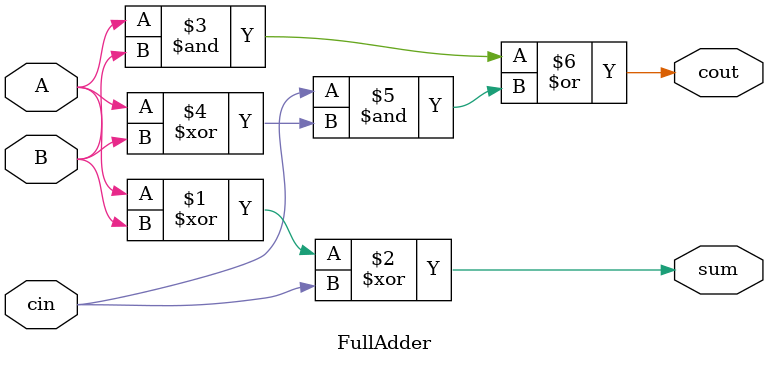
<source format=sv>
/******************************* FullAdder.sv *******************************
 
	Ashley Guillard and Gene Mary Cheruvathur
	EE 469 Sp 24: Professor Hussein
	April 5, 2024
	Lab 1: Full Adder

*/

// Adds three 1-bit inputs, A, B, and cin. Produces the sum and carry out.
//
// Inputs: A, B, cin (carry in)
// Outputs: sum, cout (carry out)
module FullAdder (A, B, cin, sum, cout);

	input logic A, B, cin;
	output logic sum, cout;
	
	assign sum = A ^ B ^ cin;
	assign cout = A&B | cin & (A^B);
	
endmodule 
</source>
